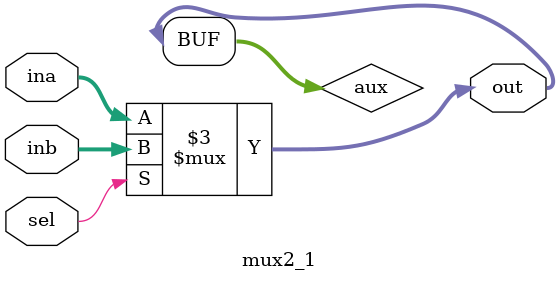
<source format=v>
`timescale 1ns / 1ps

module mux2_1(input [31:0] ina, inb, input sel, output [31:0] out
    );
    reg [31:0] aux;
    always@(ina, inb, sel) begin
        aux = (sel == 0) ? ina : inb;
    end
    assign out = aux;
endmodule
</source>
